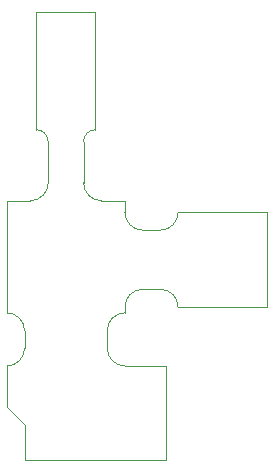
<source format=gbr>
G04 #@! TF.GenerationSoftware,KiCad,Pcbnew,(5.1.0)-1*
G04 #@! TF.CreationDate,2019-09-15T18:31:35-07:00*
G04 #@! TF.ProjectId,Miniscope-v4-Rigid-Flex,4d696e69-7363-46f7-9065-2d76342d5269,rev?*
G04 #@! TF.SameCoordinates,Original*
G04 #@! TF.FileFunction,Profile,NP*
%FSLAX46Y46*%
G04 Gerber Fmt 4.6, Leading zero omitted, Abs format (unit mm)*
G04 Created by KiCad (PCBNEW (5.1.0)-1) date 2019-09-15 18:31:35*
%MOMM*%
%LPD*%
G04 APERTURE LIST*
%ADD10C,0.050000*%
G04 APERTURE END LIST*
D10*
X108750000Y-117500000D02*
X108750000Y-118000000D01*
X98750000Y-126000000D02*
X100250000Y-127500000D01*
X98750000Y-122500000D02*
X98750000Y-126000000D01*
X106250000Y-92500000D02*
X106250000Y-102500000D01*
X101250000Y-92500000D02*
X106250000Y-92500000D01*
X101250000Y-102500000D02*
X101250000Y-92500000D01*
X100750000Y-108500000D02*
X98750000Y-108500000D01*
X108750000Y-108500000D02*
X106750000Y-108500000D01*
X102250000Y-103500000D02*
X102250000Y-107000000D01*
X105250000Y-103500000D02*
X105250000Y-107000000D01*
X102250000Y-107000000D02*
G75*
G02X100750000Y-108500000I-1500000J0D01*
G01*
X106750000Y-108500000D02*
G75*
G02X105250000Y-107000000I0J1500000D01*
G01*
X105250000Y-103500000D02*
G75*
G02X106250000Y-102500000I1000000J0D01*
G01*
X101250000Y-102500000D02*
G75*
G02X102250000Y-103500000I0J-1000000D01*
G01*
X108750000Y-108500000D02*
X108750000Y-109500000D01*
X110250000Y-111000000D02*
G75*
G02X108750000Y-109500000I0J1500000D01*
G01*
X113250000Y-109500000D02*
G75*
G02X111750000Y-111000000I-1500000J0D01*
G01*
X110250000Y-111000000D02*
X111750000Y-111000000D01*
X107250000Y-119500000D02*
X107250000Y-121000000D01*
X108750000Y-122500000D02*
G75*
G02X107250000Y-121000000I0J1500000D01*
G01*
X120750000Y-109500000D02*
X113250000Y-109500000D01*
X120750000Y-117500000D02*
X120750000Y-109500000D01*
X113250000Y-117500000D02*
X120750000Y-117500000D01*
X110250000Y-116000000D02*
X111750000Y-116000000D01*
X111750000Y-116000000D02*
G75*
G02X113250000Y-117500000I0J-1500000D01*
G01*
X108750000Y-117500000D02*
G75*
G02X110250000Y-116000000I1500000J0D01*
G01*
X107250000Y-119500000D02*
G75*
G02X108750000Y-118000000I1500000J0D01*
G01*
X98750000Y-118000000D02*
G75*
G02X100250000Y-119500000I0J-1500000D01*
G01*
X100250000Y-121000000D02*
G75*
G02X98750000Y-122500000I-1500000J0D01*
G01*
X112250000Y-130500000D02*
X100250000Y-130500000D01*
X112250000Y-122500000D02*
X112250000Y-130500000D01*
X108750000Y-122500000D02*
X112250000Y-122500000D01*
X98750000Y-118000000D02*
X98750000Y-108500000D01*
X100250000Y-121000000D02*
X100250000Y-119500000D01*
X100250000Y-130500000D02*
X100250000Y-127500000D01*
M02*

</source>
